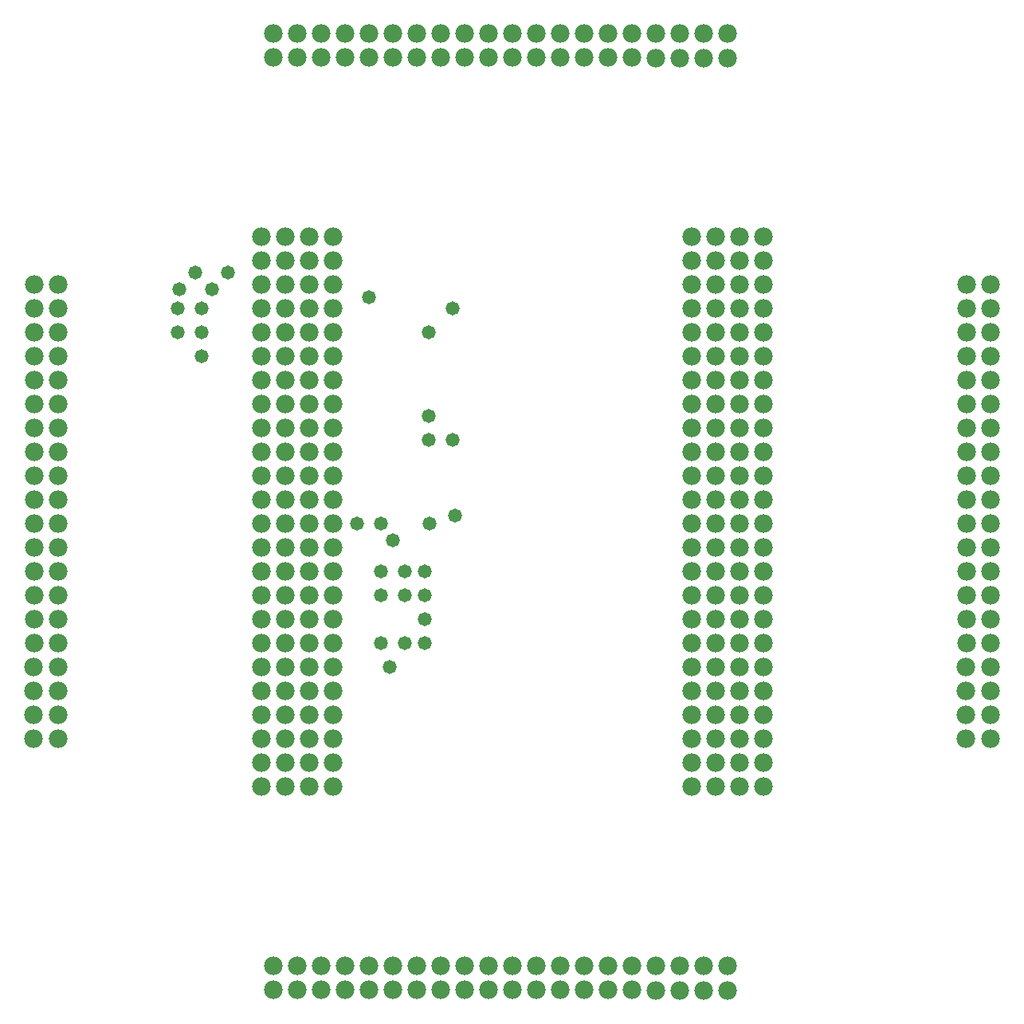
<source format=gts>
%FSLAX25Y25*%
%MOIN*%
G70*
G01*
G75*
G04 Layer_Color=8388736*
%ADD10C,0.00800*%
%ADD11C,0.07000*%
%ADD12C,0.05000*%
%ADD13C,0.01000*%
%ADD14C,0.07800*%
%ADD15C,0.05800*%
D14*
X230000Y50000D02*
D03*
Y60000D02*
D03*
X240000D02*
D03*
Y50000D02*
D03*
X260000D02*
D03*
Y60000D02*
D03*
X250000D02*
D03*
Y50000D02*
D03*
X290000D02*
D03*
Y60000D02*
D03*
X300000D02*
D03*
Y50000D02*
D03*
X280000D02*
D03*
Y60000D02*
D03*
X270000D02*
D03*
Y50000D02*
D03*
X190000D02*
D03*
Y60000D02*
D03*
X200000D02*
D03*
Y50000D02*
D03*
X220000D02*
D03*
Y60000D02*
D03*
X210000D02*
D03*
Y50000D02*
D03*
X170000D02*
D03*
Y60000D02*
D03*
X180000D02*
D03*
Y50000D02*
D03*
X160000D02*
D03*
Y60000D02*
D03*
X150000D02*
D03*
Y50000D02*
D03*
X330000Y49916D02*
D03*
Y60000D02*
D03*
X340000D02*
D03*
Y49916D02*
D03*
X320000D02*
D03*
Y60000D02*
D03*
X310000D02*
D03*
Y49916D02*
D03*
X440000Y265000D02*
D03*
X450000D02*
D03*
Y255000D02*
D03*
X440000D02*
D03*
Y235000D02*
D03*
X450000D02*
D03*
Y245000D02*
D03*
X440000D02*
D03*
Y205000D02*
D03*
X450000D02*
D03*
Y195000D02*
D03*
X440000D02*
D03*
Y215000D02*
D03*
X450000D02*
D03*
Y225000D02*
D03*
X440000D02*
D03*
Y305000D02*
D03*
X450000D02*
D03*
Y295000D02*
D03*
X440000D02*
D03*
Y275000D02*
D03*
X450000D02*
D03*
Y285000D02*
D03*
X440000D02*
D03*
Y325000D02*
D03*
X450000D02*
D03*
Y315000D02*
D03*
X440000D02*
D03*
Y335000D02*
D03*
X450000D02*
D03*
Y345000D02*
D03*
X440000D02*
D03*
X439917Y165000D02*
D03*
X450000D02*
D03*
Y155000D02*
D03*
X439917D02*
D03*
Y175000D02*
D03*
X450000D02*
D03*
Y185000D02*
D03*
X439917D02*
D03*
X230000Y440000D02*
D03*
Y450000D02*
D03*
X240000D02*
D03*
Y440000D02*
D03*
X260000D02*
D03*
Y450000D02*
D03*
X250000D02*
D03*
Y440000D02*
D03*
X290000D02*
D03*
Y450000D02*
D03*
X300000D02*
D03*
Y440000D02*
D03*
X280000D02*
D03*
Y450000D02*
D03*
X270000D02*
D03*
Y440000D02*
D03*
X190000D02*
D03*
Y450000D02*
D03*
X200000D02*
D03*
Y440000D02*
D03*
X220000D02*
D03*
Y450000D02*
D03*
X210000D02*
D03*
Y440000D02*
D03*
X170000D02*
D03*
Y450000D02*
D03*
X180000D02*
D03*
Y440000D02*
D03*
X160000D02*
D03*
Y450000D02*
D03*
X150000D02*
D03*
Y440000D02*
D03*
X330000Y439917D02*
D03*
Y450000D02*
D03*
X340000D02*
D03*
Y439917D02*
D03*
X320000D02*
D03*
Y450000D02*
D03*
X310000D02*
D03*
Y439917D02*
D03*
X50000Y265000D02*
D03*
X60000D02*
D03*
Y255000D02*
D03*
X50000D02*
D03*
Y235000D02*
D03*
X60000D02*
D03*
Y245000D02*
D03*
X50000D02*
D03*
Y205000D02*
D03*
X60000D02*
D03*
Y195000D02*
D03*
X50000D02*
D03*
Y215000D02*
D03*
X60000D02*
D03*
Y225000D02*
D03*
X50000D02*
D03*
Y305000D02*
D03*
X60000D02*
D03*
Y295000D02*
D03*
X50000D02*
D03*
Y275000D02*
D03*
X60000D02*
D03*
Y285000D02*
D03*
X50000D02*
D03*
Y325000D02*
D03*
X60000D02*
D03*
Y315000D02*
D03*
X50000D02*
D03*
Y335000D02*
D03*
X60000D02*
D03*
Y345000D02*
D03*
X50000D02*
D03*
X49916Y165000D02*
D03*
X60000D02*
D03*
Y155000D02*
D03*
X49916D02*
D03*
Y175000D02*
D03*
X60000D02*
D03*
Y185000D02*
D03*
X49916D02*
D03*
X355000Y295000D02*
D03*
X345000D02*
D03*
Y305000D02*
D03*
X355000D02*
D03*
Y325000D02*
D03*
X345000D02*
D03*
Y315000D02*
D03*
X355000D02*
D03*
Y355000D02*
D03*
X345000D02*
D03*
Y365000D02*
D03*
X355000D02*
D03*
Y345000D02*
D03*
X345000D02*
D03*
Y335000D02*
D03*
X355000D02*
D03*
Y135000D02*
D03*
X345000D02*
D03*
X345000Y145000D02*
D03*
X355000D02*
D03*
Y165000D02*
D03*
X345000D02*
D03*
X345000Y155000D02*
D03*
X355000D02*
D03*
Y195000D02*
D03*
X345000D02*
D03*
X345000Y205000D02*
D03*
X355000D02*
D03*
Y185000D02*
D03*
X345000D02*
D03*
X345000Y175000D02*
D03*
X355000D02*
D03*
Y255000D02*
D03*
X345000D02*
D03*
Y265000D02*
D03*
X355000D02*
D03*
Y285000D02*
D03*
X345000D02*
D03*
Y275000D02*
D03*
X355000D02*
D03*
Y235000D02*
D03*
X345000D02*
D03*
Y245000D02*
D03*
X355000D02*
D03*
Y225000D02*
D03*
X345000D02*
D03*
Y215000D02*
D03*
X355000D02*
D03*
X335000D02*
D03*
X325000D02*
D03*
Y225000D02*
D03*
X335000D02*
D03*
Y245000D02*
D03*
X325000D02*
D03*
Y235000D02*
D03*
X335000D02*
D03*
Y275000D02*
D03*
X325000D02*
D03*
Y285000D02*
D03*
X335000D02*
D03*
Y265000D02*
D03*
X325000D02*
D03*
Y255000D02*
D03*
X335000D02*
D03*
Y175000D02*
D03*
X325000D02*
D03*
X325000Y185000D02*
D03*
X335000D02*
D03*
Y205000D02*
D03*
X325000D02*
D03*
X325000Y195000D02*
D03*
X335000D02*
D03*
Y155000D02*
D03*
X325000D02*
D03*
X325000Y165000D02*
D03*
X335000D02*
D03*
Y145000D02*
D03*
X325000D02*
D03*
X325000Y135000D02*
D03*
X335000D02*
D03*
Y335000D02*
D03*
X325000D02*
D03*
Y345000D02*
D03*
X335000D02*
D03*
Y365000D02*
D03*
X325000D02*
D03*
Y355000D02*
D03*
X335000D02*
D03*
Y315000D02*
D03*
X325000D02*
D03*
Y325000D02*
D03*
X335000D02*
D03*
Y305000D02*
D03*
X325000D02*
D03*
Y295000D02*
D03*
X335000D02*
D03*
X175000D02*
D03*
X165000D02*
D03*
Y305000D02*
D03*
X175000D02*
D03*
Y325000D02*
D03*
X165000D02*
D03*
Y315000D02*
D03*
X175000D02*
D03*
Y355000D02*
D03*
X165000D02*
D03*
Y365000D02*
D03*
X175000D02*
D03*
Y345000D02*
D03*
X165000D02*
D03*
Y335000D02*
D03*
X175000D02*
D03*
Y135000D02*
D03*
X165000D02*
D03*
X165000Y145000D02*
D03*
X175000D02*
D03*
Y165000D02*
D03*
X165000D02*
D03*
X165000Y155000D02*
D03*
X175000D02*
D03*
Y195000D02*
D03*
X165000D02*
D03*
X165000Y205000D02*
D03*
X175000D02*
D03*
Y185000D02*
D03*
X165000D02*
D03*
X165000Y175000D02*
D03*
X175000D02*
D03*
X165000Y255000D02*
D03*
Y265000D02*
D03*
X175000D02*
D03*
Y285000D02*
D03*
X165000D02*
D03*
Y275000D02*
D03*
X175000D02*
D03*
Y235000D02*
D03*
X165000D02*
D03*
Y245000D02*
D03*
X175000D02*
D03*
Y225000D02*
D03*
X165000D02*
D03*
Y215000D02*
D03*
X175000D02*
D03*
X155000D02*
D03*
X145000D02*
D03*
Y225000D02*
D03*
X155000D02*
D03*
Y245000D02*
D03*
X145000D02*
D03*
Y235000D02*
D03*
X155000D02*
D03*
Y275000D02*
D03*
X145000D02*
D03*
Y285000D02*
D03*
X155000D02*
D03*
Y265000D02*
D03*
X145000D02*
D03*
Y255000D02*
D03*
X155000D02*
D03*
Y175000D02*
D03*
X145000D02*
D03*
X145000Y185000D02*
D03*
X155000D02*
D03*
Y205000D02*
D03*
X145000D02*
D03*
X145000Y195000D02*
D03*
X155000D02*
D03*
Y155000D02*
D03*
X145000D02*
D03*
X145000Y165000D02*
D03*
X155000D02*
D03*
Y145000D02*
D03*
X145000D02*
D03*
X145000Y135000D02*
D03*
X155000D02*
D03*
Y335000D02*
D03*
X145000D02*
D03*
Y345000D02*
D03*
X155000D02*
D03*
Y365000D02*
D03*
X145000D02*
D03*
Y355000D02*
D03*
X155000D02*
D03*
Y315000D02*
D03*
X145000D02*
D03*
Y325000D02*
D03*
X155000D02*
D03*
Y305000D02*
D03*
X145000D02*
D03*
Y295000D02*
D03*
X155000D02*
D03*
X175000Y255000D02*
D03*
D15*
X120000Y315000D02*
D03*
X124500Y343100D02*
D03*
X110800D02*
D03*
X117500Y350000D02*
D03*
X131200D02*
D03*
X120000Y335000D02*
D03*
X110000D02*
D03*
Y325000D02*
D03*
X120000D02*
D03*
X195000Y195000D02*
D03*
X205000D02*
D03*
X213500D02*
D03*
Y205000D02*
D03*
Y215000D02*
D03*
X205000D02*
D03*
X195000D02*
D03*
X213500Y225000D02*
D03*
X195000Y245000D02*
D03*
X205000Y225000D02*
D03*
X195000D02*
D03*
X215500Y245000D02*
D03*
X198800Y185200D02*
D03*
X200000Y238000D02*
D03*
X185000Y245000D02*
D03*
X226000Y248400D02*
D03*
X215000Y280000D02*
D03*
X225000D02*
D03*
Y335000D02*
D03*
X215000Y290000D02*
D03*
Y325100D02*
D03*
X190200Y339800D02*
D03*
M02*

</source>
